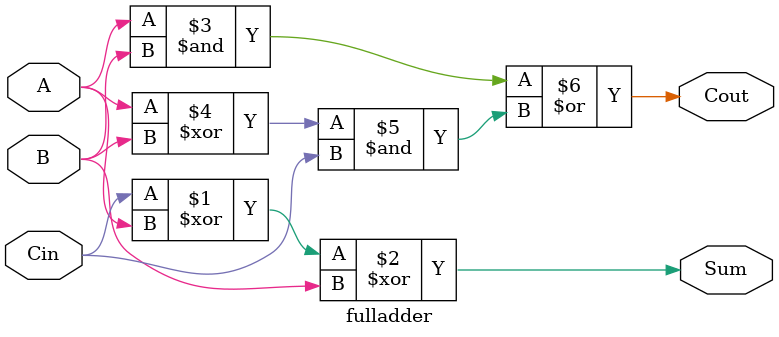
<source format=sv>
`timescale 1ns / 1ps

module fulladder(
    input wire A,
    input wire B,
    input wire Cin,
    output wire Sum, 
    output wire Cout
    );
    
    assign Sum = Cin ^ A ^ B; 
    assign Cout = (A & B) | ((A ^ B) &  Cin);
     
endmodule



</source>
